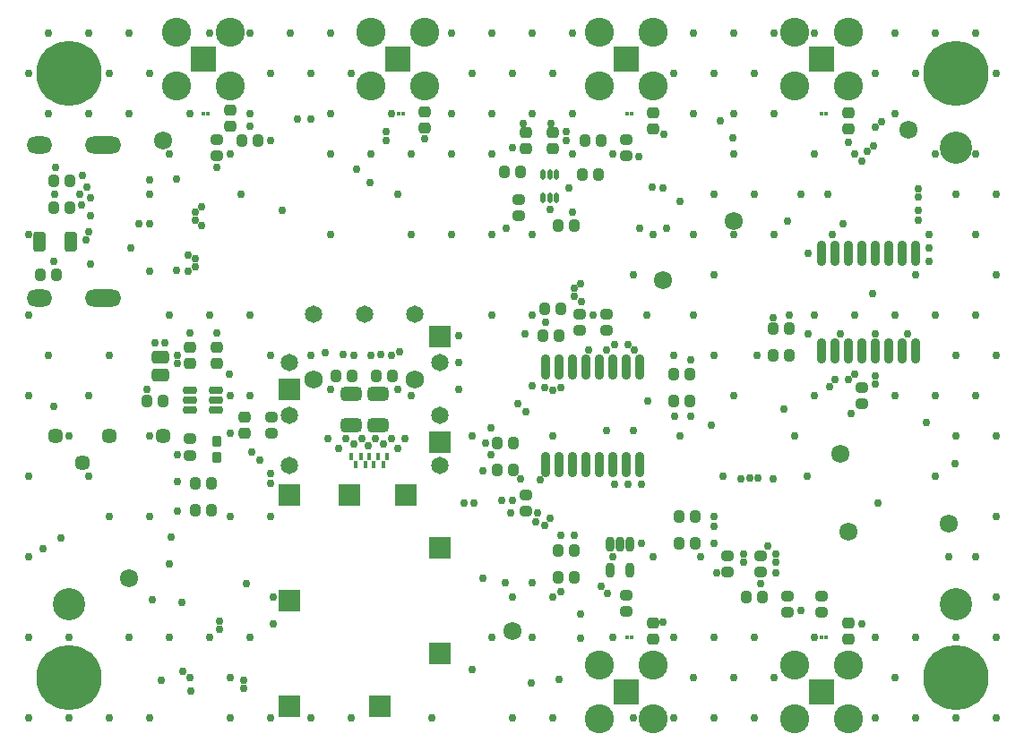
<source format=gbr>
G04*
G04 #@! TF.GenerationSoftware,Altium Limited,Altium Designer,24.8.2 (39)*
G04*
G04 Layer_Color=16711935*
%FSLAX25Y25*%
%MOIN*%
G70*
G04*
G04 #@! TF.SameCoordinates,F580BFCB-8435-4B95-B66A-8E6D2DB6F108*
G04*
G04*
G04 #@! TF.FilePolarity,Negative*
G04*
G01*
G75*
G04:AMPARAMS|DCode=46|XSize=38.28mil|YSize=44.58mil|CornerRadius=11.23mil|HoleSize=0mil|Usage=FLASHONLY|Rotation=0.000|XOffset=0mil|YOffset=0mil|HoleType=Round|Shape=RoundedRectangle|*
%AMROUNDEDRECTD46*
21,1,0.03828,0.02212,0,0,0.0*
21,1,0.01582,0.04458,0,0,0.0*
1,1,0.02246,0.00791,-0.01106*
1,1,0.02246,-0.00791,-0.01106*
1,1,0.02246,-0.00791,0.01106*
1,1,0.02246,0.00791,0.01106*
%
%ADD46ROUNDEDRECTD46*%
G04:AMPARAMS|DCode=52|XSize=40.25mil|YSize=44.19mil|CornerRadius=11.73mil|HoleSize=0mil|Usage=FLASHONLY|Rotation=270.000|XOffset=0mil|YOffset=0mil|HoleType=Round|Shape=RoundedRectangle|*
%AMROUNDEDRECTD52*
21,1,0.04025,0.02072,0,0,270.0*
21,1,0.01678,0.04419,0,0,270.0*
1,1,0.02347,-0.01036,-0.00839*
1,1,0.02347,-0.01036,0.00839*
1,1,0.02347,0.01036,0.00839*
1,1,0.02347,0.01036,-0.00839*
%
%ADD52ROUNDEDRECTD52*%
G04:AMPARAMS|DCode=53|XSize=40.25mil|YSize=44.19mil|CornerRadius=11.73mil|HoleSize=0mil|Usage=FLASHONLY|Rotation=180.000|XOffset=0mil|YOffset=0mil|HoleType=Round|Shape=RoundedRectangle|*
%AMROUNDEDRECTD53*
21,1,0.04025,0.02072,0,0,180.0*
21,1,0.01678,0.04419,0,0,180.0*
1,1,0.02347,-0.00839,0.01036*
1,1,0.02347,0.00839,0.01036*
1,1,0.02347,0.00839,-0.01036*
1,1,0.02347,-0.00839,-0.01036*
%
%ADD53ROUNDEDRECTD53*%
%ADD56C,0.12000*%
G04:AMPARAMS|DCode=57|XSize=38.28mil|YSize=44.58mil|CornerRadius=11.23mil|HoleSize=0mil|Usage=FLASHONLY|Rotation=90.000|XOffset=0mil|YOffset=0mil|HoleType=Round|Shape=RoundedRectangle|*
%AMROUNDEDRECTD57*
21,1,0.03828,0.02212,0,0,90.0*
21,1,0.01582,0.04458,0,0,90.0*
1,1,0.02246,0.01106,0.00791*
1,1,0.02246,0.01106,-0.00791*
1,1,0.02246,-0.01106,-0.00791*
1,1,0.02246,-0.01106,0.00791*
%
%ADD57ROUNDEDRECTD57*%
%ADD59R,0.08474X0.08474*%
%ADD60C,0.06506*%
%ADD61O,0.09555X0.06406*%
%ADD62O,0.13492X0.06406*%
%ADD63C,0.06781*%
%ADD64C,0.24222*%
%ADD65C,0.05718*%
%ADD66C,0.06899*%
%ADD67C,0.10836*%
%ADD68R,0.09655X0.09655*%
G04:AMPARAMS|DCode=100|XSize=51.67mil|YSize=29.62mil|CornerRadius=8.91mil|HoleSize=0mil|Usage=FLASHONLY|Rotation=0.000|XOffset=0mil|YOffset=0mil|HoleType=Round|Shape=RoundedRectangle|*
%AMROUNDEDRECTD100*
21,1,0.05167,0.01181,0,0,0.0*
21,1,0.03386,0.02962,0,0,0.0*
1,1,0.01781,0.01693,-0.00591*
1,1,0.01781,-0.01693,-0.00591*
1,1,0.01781,-0.01693,0.00591*
1,1,0.01781,0.01693,0.00591*
%
%ADD100ROUNDEDRECTD100*%
G04:AMPARAMS|DCode=101|XSize=39.47mil|YSize=19.78mil|CornerRadius=6.45mil|HoleSize=0mil|Usage=FLASHONLY|Rotation=270.000|XOffset=0mil|YOffset=0mil|HoleType=Round|Shape=RoundedRectangle|*
%AMROUNDEDRECTD101*
21,1,0.03947,0.00689,0,0,270.0*
21,1,0.02657,0.01978,0,0,270.0*
1,1,0.01289,-0.00345,-0.01329*
1,1,0.01289,-0.00345,0.01329*
1,1,0.01289,0.00345,0.01329*
1,1,0.01289,0.00345,-0.01329*
%
%ADD101ROUNDEDRECTD101*%
G04:AMPARAMS|DCode=102|XSize=53.24mil|YSize=30.02mil|CornerRadius=8.88mil|HoleSize=0mil|Usage=FLASHONLY|Rotation=270.000|XOffset=0mil|YOffset=0mil|HoleType=Round|Shape=RoundedRectangle|*
%AMROUNDEDRECTD102*
21,1,0.05324,0.01225,0,0,270.0*
21,1,0.03548,0.03002,0,0,270.0*
1,1,0.01777,-0.00612,-0.01774*
1,1,0.01777,-0.00612,0.01774*
1,1,0.01777,0.00612,0.01774*
1,1,0.01777,0.00612,-0.01774*
%
%ADD102ROUNDEDRECTD102*%
G04:AMPARAMS|DCode=103|XSize=90.65mil|YSize=31.59mil|CornerRadius=9.27mil|HoleSize=0mil|Usage=FLASHONLY|Rotation=90.000|XOffset=0mil|YOffset=0mil|HoleType=Round|Shape=RoundedRectangle|*
%AMROUNDEDRECTD103*
21,1,0.09065,0.01305,0,0,90.0*
21,1,0.07211,0.03159,0,0,90.0*
1,1,0.01854,0.00653,0.03605*
1,1,0.01854,0.00653,-0.03605*
1,1,0.01854,-0.00653,-0.03605*
1,1,0.01854,-0.00653,0.03605*
%
%ADD103ROUNDEDRECTD103*%
G04:AMPARAMS|DCode=104|XSize=48.91mil|YSize=74.9mil|CornerRadius=12.87mil|HoleSize=0mil|Usage=FLASHONLY|Rotation=0.000|XOffset=0mil|YOffset=0mil|HoleType=Round|Shape=RoundedRectangle|*
%AMROUNDEDRECTD104*
21,1,0.04891,0.04916,0,0,0.0*
21,1,0.02317,0.07490,0,0,0.0*
1,1,0.02574,0.01159,-0.02458*
1,1,0.02574,-0.01159,-0.02458*
1,1,0.02574,-0.01159,0.02458*
1,1,0.02574,0.01159,0.02458*
%
%ADD104ROUNDEDRECTD104*%
G04:AMPARAMS|DCode=105|XSize=40.05mil|YSize=34.35mil|CornerRadius=10.09mil|HoleSize=0mil|Usage=FLASHONLY|Rotation=270.000|XOffset=0mil|YOffset=0mil|HoleType=Round|Shape=RoundedRectangle|*
%AMROUNDEDRECTD105*
21,1,0.04005,0.01417,0,0,270.0*
21,1,0.01988,0.03435,0,0,270.0*
1,1,0.02017,-0.00709,-0.00994*
1,1,0.02017,-0.00709,0.00994*
1,1,0.02017,0.00709,0.00994*
1,1,0.02017,0.00709,-0.00994*
%
%ADD105ROUNDEDRECTD105*%
%ADD106R,0.01781X0.02568*%
%ADD107R,0.01387X0.01702*%
G04:AMPARAMS|DCode=108|XSize=51.67mil|YSize=77.65mil|CornerRadius=12.82mil|HoleSize=0mil|Usage=FLASHONLY|Rotation=270.000|XOffset=0mil|YOffset=0mil|HoleType=Round|Shape=RoundedRectangle|*
%AMROUNDEDRECTD108*
21,1,0.05167,0.05202,0,0,270.0*
21,1,0.02603,0.07765,0,0,270.0*
1,1,0.02564,-0.02601,-0.01302*
1,1,0.02564,-0.02601,0.01302*
1,1,0.02564,0.02601,0.01302*
1,1,0.02564,0.02601,-0.01302*
%
%ADD108ROUNDEDRECTD108*%
G04:AMPARAMS|DCode=109|XSize=49.7mil|YSize=63.87mil|CornerRadius=12.83mil|HoleSize=0mil|Usage=FLASHONLY|Rotation=270.000|XOffset=0mil|YOffset=0mil|HoleType=Round|Shape=RoundedRectangle|*
%AMROUNDEDRECTD109*
21,1,0.04970,0.03821,0,0,270.0*
21,1,0.02404,0.06387,0,0,270.0*
1,1,0.02567,-0.01910,-0.01202*
1,1,0.02567,-0.01910,0.01202*
1,1,0.02567,0.01910,0.01202*
1,1,0.02567,0.01910,-0.01202*
%
%ADD109ROUNDEDRECTD109*%
%ADD110C,0.03000*%
D46*
X166949Y302500D02*
D03*
X173051D02*
D03*
X166949Y312500D02*
D03*
X173051D02*
D03*
X311949Y440000D02*
D03*
X318051D02*
D03*
X310949Y427500D02*
D03*
X317051D02*
D03*
X288051Y428500D02*
D03*
X281949D02*
D03*
X190551Y440000D02*
D03*
X184449D02*
D03*
X353051Y300000D02*
D03*
X346949D02*
D03*
X285551Y327500D02*
D03*
X279449D02*
D03*
X303051Y377500D02*
D03*
X296949D02*
D03*
X279449Y317500D02*
D03*
X285551D02*
D03*
X302500Y367500D02*
D03*
X296398D02*
D03*
X301949Y408500D02*
D03*
X308051D02*
D03*
X346949Y290000D02*
D03*
X353051D02*
D03*
X148949Y343000D02*
D03*
X155051D02*
D03*
D52*
X337500Y254547D02*
D03*
Y260453D02*
D03*
X185390Y336953D02*
D03*
Y331047D02*
D03*
X165000Y362953D02*
D03*
Y357047D02*
D03*
X175000Y362953D02*
D03*
Y357047D02*
D03*
X290000Y437047D02*
D03*
Y442953D02*
D03*
X300000Y437047D02*
D03*
Y442953D02*
D03*
X337500Y450453D02*
D03*
Y444547D02*
D03*
X410000Y450453D02*
D03*
Y444547D02*
D03*
X252500Y450693D02*
D03*
Y444787D02*
D03*
X180000Y451453D02*
D03*
Y445547D02*
D03*
X410000Y254547D02*
D03*
Y260453D02*
D03*
D53*
X120453Y415000D02*
D03*
X114547D02*
D03*
X120453Y425000D02*
D03*
X114547D02*
D03*
X115453Y390000D02*
D03*
X109547D02*
D03*
X377953Y270000D02*
D03*
X372047D02*
D03*
X302047Y287500D02*
D03*
X307953D02*
D03*
X302047Y277500D02*
D03*
X307953D02*
D03*
X387953Y360000D02*
D03*
X382047D02*
D03*
X387953Y370000D02*
D03*
X382047D02*
D03*
X240453Y352500D02*
D03*
X234547D02*
D03*
X219547D02*
D03*
X225453D02*
D03*
X345047Y353000D02*
D03*
X350953D02*
D03*
Y343000D02*
D03*
X345047D02*
D03*
D56*
X120000Y267500D02*
D03*
X450000Y437500D02*
D03*
Y267500D02*
D03*
D57*
X165000Y322839D02*
D03*
Y328942D02*
D03*
X195390Y337051D02*
D03*
Y330949D02*
D03*
X327500Y434449D02*
D03*
Y440551D02*
D03*
X175000Y434449D02*
D03*
Y440551D02*
D03*
X365000Y285551D02*
D03*
Y279449D02*
D03*
X377500D02*
D03*
Y285551D02*
D03*
X387500Y270551D02*
D03*
Y264449D02*
D03*
X327500Y264778D02*
D03*
Y270880D02*
D03*
X290000Y308051D02*
D03*
Y301949D02*
D03*
X310000Y369449D02*
D03*
Y375551D02*
D03*
X287500Y411949D02*
D03*
Y418051D02*
D03*
X320000Y369449D02*
D03*
Y375551D02*
D03*
X400000Y270551D02*
D03*
Y264449D02*
D03*
X415000Y341949D02*
D03*
Y348051D02*
D03*
D59*
X201949Y347500D02*
D03*
X258051Y367185D02*
D03*
Y327815D02*
D03*
X245571Y308130D02*
D03*
X224311D02*
D03*
X201949D02*
D03*
Y268760D02*
D03*
Y229390D02*
D03*
X235728D02*
D03*
X258051Y288445D02*
D03*
Y249075D02*
D03*
D60*
X201949Y357343D02*
D03*
Y337657D02*
D03*
X258051Y357343D02*
D03*
Y337657D02*
D03*
Y319153D02*
D03*
X201949D02*
D03*
X248917Y375453D02*
D03*
X230020D02*
D03*
X211122D02*
D03*
D61*
X109134Y438543D02*
D03*
Y381457D02*
D03*
D62*
X132598Y438543D02*
D03*
Y381457D02*
D03*
D63*
X142500Y277000D02*
D03*
X341000Y388000D02*
D03*
X367500Y410000D02*
D03*
X410000Y294500D02*
D03*
X407000Y323500D02*
D03*
X432500Y444000D02*
D03*
X285000Y257500D02*
D03*
X155000Y440000D02*
D03*
X447500Y297500D02*
D03*
D64*
X120000Y465200D02*
D03*
X450000D02*
D03*
Y240000D02*
D03*
X120000D02*
D03*
D65*
X155000Y330000D02*
D03*
X115000D02*
D03*
X125000Y320000D02*
D03*
X135000Y330000D02*
D03*
D66*
X248918Y351040D02*
D03*
X211122D02*
D03*
D67*
X337500Y244806D02*
D03*
Y224806D02*
D03*
X317500Y244806D02*
D03*
Y224806D02*
D03*
Y460394D02*
D03*
Y480394D02*
D03*
X337500Y460394D02*
D03*
Y480394D02*
D03*
X390000Y460394D02*
D03*
Y480394D02*
D03*
X410000Y460394D02*
D03*
Y480394D02*
D03*
X232500Y460394D02*
D03*
Y480394D02*
D03*
X252500Y460394D02*
D03*
Y480394D02*
D03*
X160000Y460394D02*
D03*
Y480394D02*
D03*
X180000Y460394D02*
D03*
Y480394D02*
D03*
X410000Y244806D02*
D03*
Y224806D02*
D03*
X390000Y244806D02*
D03*
Y224806D02*
D03*
D68*
X327500Y234806D02*
D03*
Y470394D02*
D03*
X400000D02*
D03*
X242500D02*
D03*
X170000D02*
D03*
X400000Y234806D02*
D03*
D100*
X174843Y347131D02*
D03*
Y343390D02*
D03*
Y339650D02*
D03*
X165157D02*
D03*
Y343390D02*
D03*
Y347131D02*
D03*
D101*
X301559Y418669D02*
D03*
X296441D02*
D03*
X299000D02*
D03*
X296441Y427331D02*
D03*
X299000D02*
D03*
X301559D02*
D03*
D102*
X321260Y280157D02*
D03*
X328740D02*
D03*
Y289843D02*
D03*
X325000D02*
D03*
X321260D02*
D03*
D103*
X332500Y355630D02*
D03*
X327500D02*
D03*
X322500D02*
D03*
X317500D02*
D03*
X312500D02*
D03*
X307500D02*
D03*
X302500D02*
D03*
X297500D02*
D03*
Y319370D02*
D03*
X302500D02*
D03*
X307500D02*
D03*
X312500D02*
D03*
X317500D02*
D03*
X322500D02*
D03*
X327500D02*
D03*
X332500D02*
D03*
X400000Y361870D02*
D03*
X405000D02*
D03*
X410000D02*
D03*
X415000D02*
D03*
X420000D02*
D03*
X425000D02*
D03*
X430000D02*
D03*
X435000D02*
D03*
Y398130D02*
D03*
X430000D02*
D03*
X425000D02*
D03*
X420000D02*
D03*
X415000D02*
D03*
X410000D02*
D03*
X405000D02*
D03*
X400000D02*
D03*
D104*
X120827Y402500D02*
D03*
X109173D02*
D03*
D105*
X175000Y321980D02*
D03*
Y328020D02*
D03*
D106*
X225157Y322500D02*
D03*
X228701D02*
D03*
X231850D02*
D03*
X235000D02*
D03*
X238543D02*
D03*
X236968Y319350D02*
D03*
X233425D02*
D03*
X230276D02*
D03*
X226732D02*
D03*
D107*
X329287Y255200D02*
D03*
X327713D02*
D03*
X329287Y450000D02*
D03*
X327713D02*
D03*
X400213D02*
D03*
X401787D02*
D03*
X242713D02*
D03*
X244287D02*
D03*
X170213D02*
D03*
X171787D02*
D03*
X401787Y255200D02*
D03*
X400213D02*
D03*
D108*
X225000Y334193D02*
D03*
Y345807D02*
D03*
X235000Y334193D02*
D03*
Y345807D02*
D03*
D109*
X154000Y352654D02*
D03*
Y359347D02*
D03*
D110*
X287000Y342000D02*
D03*
X292500Y348569D02*
D03*
X310750Y379932D02*
D03*
X308000Y382000D02*
D03*
X394800Y315000D02*
D03*
X295414Y313586D02*
D03*
X297000Y348000D02*
D03*
X300000Y347000D02*
D03*
X320000Y362000D02*
D03*
X313500D02*
D03*
X323000Y364000D02*
D03*
X303000Y348000D02*
D03*
X421000Y305000D02*
D03*
X411000Y338500D02*
D03*
X410000Y351000D02*
D03*
X405000D02*
D03*
X310500Y263685D02*
D03*
X310315Y254800D02*
D03*
X292000Y238000D02*
D03*
X273970Y276970D02*
D03*
X270800Y305154D02*
D03*
X267000Y305000D02*
D03*
X333000Y312000D02*
D03*
X328000D02*
D03*
X281000Y306000D02*
D03*
X285000D02*
D03*
X361000Y279000D02*
D03*
X341036Y260760D02*
D03*
X360000Y255000D02*
D03*
X380000Y289000D02*
D03*
X383000Y286000D02*
D03*
Y283000D02*
D03*
Y279000D02*
D03*
X355000Y285000D02*
D03*
X360000Y290000D02*
D03*
Y296500D02*
D03*
Y300000D02*
D03*
X415000Y260000D02*
D03*
X410000Y439500D02*
D03*
X341500Y442500D02*
D03*
X187500Y445500D02*
D03*
X252500Y440740D02*
D03*
X465000Y465000D02*
D03*
Y255000D02*
D03*
Y225000D02*
D03*
X457500Y480000D02*
D03*
X450000Y255000D02*
D03*
Y225000D02*
D03*
X442500Y480000D02*
D03*
X435000Y465000D02*
D03*
Y255000D02*
D03*
Y225000D02*
D03*
X427500Y480000D02*
D03*
X420000Y465000D02*
D03*
X427500Y450000D02*
D03*
X420000Y255000D02*
D03*
X427500Y240000D02*
D03*
X420000Y225000D02*
D03*
X397500Y480000D02*
D03*
X382500D02*
D03*
X375000Y465000D02*
D03*
X382500Y450000D02*
D03*
X375000Y255000D02*
D03*
X382500Y240000D02*
D03*
X375000Y225000D02*
D03*
X367500Y480000D02*
D03*
X360000Y465000D02*
D03*
X367500Y450000D02*
D03*
Y240000D02*
D03*
X360000Y225000D02*
D03*
X352500Y480000D02*
D03*
X345000Y465000D02*
D03*
X352500Y450000D02*
D03*
X345000Y255000D02*
D03*
X352500Y240000D02*
D03*
X345000Y225000D02*
D03*
X330000D02*
D03*
X307500Y480000D02*
D03*
X300000Y465000D02*
D03*
X307500Y450000D02*
D03*
X300000Y225000D02*
D03*
X292500Y480000D02*
D03*
X285000Y465000D02*
D03*
X292500Y450000D02*
D03*
X285000Y225000D02*
D03*
X277500Y480000D02*
D03*
X270000Y465000D02*
D03*
X277500Y450000D02*
D03*
X262500Y480000D02*
D03*
Y450000D02*
D03*
X255000Y225000D02*
D03*
X225000Y465000D02*
D03*
Y225000D02*
D03*
X217500Y480000D02*
D03*
X210000Y465000D02*
D03*
X217500Y450000D02*
D03*
X210000Y225000D02*
D03*
X202500Y480000D02*
D03*
X195000Y465000D02*
D03*
Y225000D02*
D03*
X187500Y480000D02*
D03*
Y450000D02*
D03*
X180000Y225000D02*
D03*
X172500Y480000D02*
D03*
X150000Y465000D02*
D03*
Y225000D02*
D03*
X142500Y480000D02*
D03*
X135000Y465000D02*
D03*
X142500Y450000D02*
D03*
X135000Y225000D02*
D03*
X127500Y480000D02*
D03*
Y450000D02*
D03*
X120000Y255000D02*
D03*
Y225000D02*
D03*
X112500Y480000D02*
D03*
X105000Y465000D02*
D03*
X112500Y450000D02*
D03*
X105000Y405000D02*
D03*
Y375000D02*
D03*
X112500Y360000D02*
D03*
X105000Y345000D02*
D03*
Y315000D02*
D03*
Y285000D02*
D03*
Y255000D02*
D03*
Y225000D02*
D03*
X465000Y420000D02*
D03*
Y390000D02*
D03*
Y360000D02*
D03*
Y330000D02*
D03*
Y300000D02*
D03*
Y270000D02*
D03*
X457500Y435000D02*
D03*
X450000Y420000D02*
D03*
X457500Y405000D02*
D03*
Y375000D02*
D03*
X450000Y360000D02*
D03*
X457500Y345000D02*
D03*
Y285000D02*
D03*
X442500Y435000D02*
D03*
X435000Y390000D02*
D03*
X442500Y375000D02*
D03*
Y345000D02*
D03*
Y315000D02*
D03*
X427500Y375000D02*
D03*
Y345000D02*
D03*
X412500Y435000D02*
D03*
Y375000D02*
D03*
X397500Y435000D02*
D03*
Y375000D02*
D03*
Y345000D02*
D03*
X390000Y330000D02*
D03*
X397500Y255000D02*
D03*
X375000Y420000D02*
D03*
X382500Y405000D02*
D03*
X367500Y435000D02*
D03*
X360000Y420000D02*
D03*
X367500Y405000D02*
D03*
X360000Y390000D02*
D03*
Y360000D02*
D03*
X367500Y345000D02*
D03*
X352500Y405000D02*
D03*
Y375000D02*
D03*
X345000Y360000D02*
D03*
X337500Y405000D02*
D03*
X330000Y390000D02*
D03*
X337500Y285000D02*
D03*
X322500Y435000D02*
D03*
Y285000D02*
D03*
Y255000D02*
D03*
X307500Y435000D02*
D03*
X300000Y330000D02*
D03*
Y270000D02*
D03*
X292500Y405000D02*
D03*
Y375000D02*
D03*
X285000Y270000D02*
D03*
X292500Y255000D02*
D03*
X277500Y435000D02*
D03*
Y405000D02*
D03*
Y375000D02*
D03*
X270000Y330000D02*
D03*
X277500Y255000D02*
D03*
X262500Y435000D02*
D03*
Y405000D02*
D03*
X240000Y450000D02*
D03*
X247500Y435000D02*
D03*
Y405000D02*
D03*
X240000Y360000D02*
D03*
X247500Y345000D02*
D03*
X232500Y435000D02*
D03*
X217500D02*
D03*
Y405000D02*
D03*
X210000Y360000D02*
D03*
X195000D02*
D03*
Y300000D02*
D03*
X187500Y375000D02*
D03*
Y345000D02*
D03*
X180000Y300000D02*
D03*
X187500Y255000D02*
D03*
X180000Y240000D02*
D03*
X165000Y450000D02*
D03*
X172500Y375000D02*
D03*
Y255000D02*
D03*
X165000Y240000D02*
D03*
X157500Y435000D02*
D03*
X150000Y420000D02*
D03*
X157500Y375000D02*
D03*
X150000Y330000D02*
D03*
Y300000D02*
D03*
X157500Y255000D02*
D03*
X135000Y360000D02*
D03*
Y300000D02*
D03*
X142500Y255000D02*
D03*
X127500Y345000D02*
D03*
X120000Y330000D02*
D03*
X127500Y315000D02*
D03*
X114500Y341000D02*
D03*
X110500Y288000D02*
D03*
X165500Y235000D02*
D03*
X302500Y239500D02*
D03*
X299500Y446500D02*
D03*
X289000D02*
D03*
X362500Y447500D02*
D03*
X127500Y406000D02*
D03*
X126500Y403000D02*
D03*
X154500Y239000D02*
D03*
X148962Y347436D02*
D03*
X146102Y409000D02*
D03*
X150000D02*
D03*
X114300Y395000D02*
D03*
X289780Y368220D02*
D03*
X330500Y362000D02*
D03*
X370000Y314000D02*
D03*
X363500Y315000D02*
D03*
X420000Y349500D02*
D03*
X403000Y348500D02*
D03*
X412500Y353000D02*
D03*
X371000Y283000D02*
D03*
X299000Y299500D02*
D03*
X294500Y301500D02*
D03*
X320500Y271500D02*
D03*
X176000Y258000D02*
D03*
X185000Y236000D02*
D03*
X195000Y312500D02*
D03*
X191000Y321000D02*
D03*
X436000Y410500D02*
D03*
Y422000D02*
D03*
X419500Y438000D02*
D03*
X422500Y447000D02*
D03*
X341000Y422500D02*
D03*
X305000Y443500D02*
D03*
X238000D02*
D03*
Y440000D02*
D03*
X310574Y386779D02*
D03*
X164500Y397500D02*
D03*
Y391500D02*
D03*
X169500Y408500D02*
D03*
X169324Y415347D02*
D03*
X227030Y429300D02*
D03*
X232030Y424530D02*
D03*
X199500Y414000D02*
D03*
X242500Y420000D02*
D03*
X210000Y448000D02*
D03*
X160450Y357000D02*
D03*
X305000Y440000D02*
D03*
X332000Y434000D02*
D03*
X175000Y430000D02*
D03*
X180000Y435000D02*
D03*
X195000Y440000D02*
D03*
X282800Y407500D02*
D03*
X447500Y285000D02*
D03*
X270000Y243000D02*
D03*
X392500Y265000D02*
D03*
X318000Y274000D02*
D03*
X160450Y360000D02*
D03*
X155675Y364800D02*
D03*
X152000D02*
D03*
X277000Y323000D02*
D03*
X176000Y261000D02*
D03*
X196000Y270000D02*
D03*
X408000Y409200D02*
D03*
X299000Y414500D02*
D03*
X337000Y422800D02*
D03*
X367000Y441000D02*
D03*
X303000Y293000D02*
D03*
Y272000D02*
D03*
X126729Y422789D02*
D03*
X128175Y418749D02*
D03*
X124897Y415897D02*
D03*
X124000Y420000D02*
D03*
X114800D02*
D03*
X179750Y353000D02*
D03*
X160450Y313100D02*
D03*
Y302000D02*
D03*
X188000Y324000D02*
D03*
X216500Y329000D02*
D03*
X220500Y325500D02*
D03*
X180000Y331000D02*
D03*
X186000Y275000D02*
D03*
X196000Y260000D02*
D03*
X151000Y269000D02*
D03*
X157500Y282500D02*
D03*
X162000Y268000D02*
D03*
X217500Y347500D02*
D03*
X242500D02*
D03*
X180000Y345000D02*
D03*
X290000Y339000D02*
D03*
X335000Y375000D02*
D03*
X315000D02*
D03*
X407100Y368000D02*
D03*
X420000Y352500D02*
D03*
X265000Y367500D02*
D03*
Y357500D02*
D03*
Y347500D02*
D03*
X382000Y374000D02*
D03*
X450000Y330000D02*
D03*
X449737Y319737D02*
D03*
X297223Y296620D02*
D03*
X115000Y430000D02*
D03*
X359000Y334000D02*
D03*
X162500Y242500D02*
D03*
X158240Y292500D02*
D03*
X185000Y239000D02*
D03*
X117000Y292000D02*
D03*
X382000Y314000D02*
D03*
X330000Y332000D02*
D03*
X284500Y301500D02*
D03*
X432000Y368000D02*
D03*
X308000Y384900D02*
D03*
X160039Y391573D02*
D03*
X285000Y437500D02*
D03*
X306000Y422500D02*
D03*
X347500Y417500D02*
D03*
X307500Y413500D02*
D03*
X282500Y275500D02*
D03*
X292500D02*
D03*
X222000Y360500D02*
D03*
X226000Y360000D02*
D03*
X215500Y361000D02*
D03*
X236000Y360500D02*
D03*
X243000Y361500D02*
D03*
X245000Y329000D02*
D03*
X275000Y327500D02*
D03*
X150000Y391500D02*
D03*
X160039Y425573D02*
D03*
X150000Y425500D02*
D03*
X386000Y340000D02*
D03*
X404000Y405000D02*
D03*
X395000Y398000D02*
D03*
X335500Y343000D02*
D03*
X175000Y368500D02*
D03*
X165000D02*
D03*
X333000Y290000D02*
D03*
X377500Y275000D02*
D03*
X128000Y394000D02*
D03*
X143000Y400000D02*
D03*
X128000Y412000D02*
D03*
X125000Y427000D02*
D03*
X342500Y407500D02*
D03*
X332500D02*
D03*
X167000Y410502D02*
D03*
Y413402D02*
D03*
X293833Y298010D02*
D03*
X328000Y364000D02*
D03*
X376000Y360000D02*
D03*
X351500Y358500D02*
D03*
X440000Y400000D02*
D03*
Y405000D02*
D03*
X436000Y414000D02*
D03*
X419000Y382900D02*
D03*
X436000Y419000D02*
D03*
X420000Y368000D02*
D03*
X439000Y335000D02*
D03*
X184000Y420000D02*
D03*
X205000Y448000D02*
D03*
X415000Y432500D02*
D03*
X417000Y436000D02*
D03*
X420000Y445000D02*
D03*
X402500Y420000D02*
D03*
X320000Y332000D02*
D03*
X323000Y312000D02*
D03*
X288000Y314000D02*
D03*
X274000Y317000D02*
D03*
X277000Y333000D02*
D03*
X297500Y372500D02*
D03*
X351500Y337500D02*
D03*
X345500D02*
D03*
X347500Y330000D02*
D03*
X371000Y286000D02*
D03*
X308000Y293000D02*
D03*
X392500Y420000D02*
D03*
X387500Y410000D02*
D03*
X440000Y395000D02*
D03*
X388000Y375000D02*
D03*
X395000Y368000D02*
D03*
X160450Y323000D02*
D03*
X195000Y316000D02*
D03*
X232500Y360000D02*
D03*
X376450Y314500D02*
D03*
X373550D02*
D03*
X237000Y327000D02*
D03*
X234000Y329000D02*
D03*
X226000Y327000D02*
D03*
X223000Y329000D02*
D03*
X231500Y326500D02*
D03*
X240000Y329000D02*
D03*
X242500Y325500D02*
D03*
X229000Y329000D02*
D03*
X167000Y393000D02*
D03*
Y395900D02*
D03*
M02*

</source>
